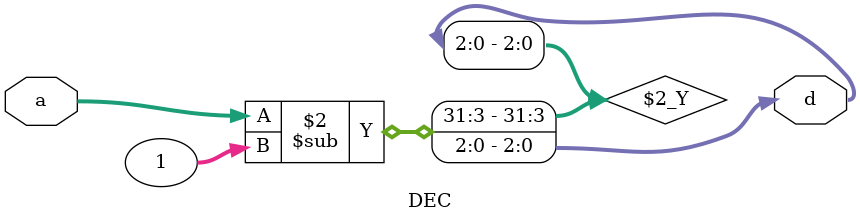
<source format=v>
`timescale 1ns / 1ns

module DEC(a, d);
    // Parameter DATAWIDTH that describes the number of bits for the input a
    // and the output q
    parameter DATAWIDTH = 2;
    
    // Input and output declarations for the register module
    input [DATAWIDTH:0] a;
    output reg [DATAWIDTH:0] d;
    
    // Start the procedural code using an always block that is sensative
    // to the inputs "a" 
    always @(a) begin
        d <= a - 1;
    end
    
endmodule
</source>
